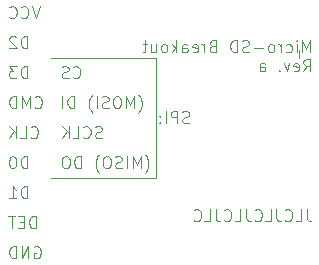
<source format=gbr>
%TF.GenerationSoftware,KiCad,Pcbnew,9.0.2+dfsg-1*%
%TF.CreationDate,2025-06-02T16:04:06+08:00*%
%TF.ProjectId,sd,73642e6b-6963-4616-945f-706362585858,rev?*%
%TF.SameCoordinates,Original*%
%TF.FileFunction,Legend,Bot*%
%TF.FilePolarity,Positive*%
%FSLAX46Y46*%
G04 Gerber Fmt 4.6, Leading zero omitted, Abs format (unit mm)*
G04 Created by KiCad (PCBNEW 9.0.2+dfsg-1) date 2025-06-02 16:04:06*
%MOMM*%
%LPD*%
G01*
G04 APERTURE LIST*
%ADD10C,0.100000*%
G04 APERTURE END LIST*
D10*
X173990000Y-88900000D02*
X173990000Y-88265000D01*
X161925000Y-99060000D02*
X153035000Y-99060000D01*
X161925000Y-88900000D02*
X161925000Y-99060000D01*
X160020000Y-88900000D02*
X161925000Y-88900000D01*
X153035000Y-88900000D02*
X160020000Y-88900000D01*
X151290789Y-95612180D02*
X151338408Y-95659800D01*
X151338408Y-95659800D02*
X151481265Y-95707419D01*
X151481265Y-95707419D02*
X151576503Y-95707419D01*
X151576503Y-95707419D02*
X151719360Y-95659800D01*
X151719360Y-95659800D02*
X151814598Y-95564561D01*
X151814598Y-95564561D02*
X151862217Y-95469323D01*
X151862217Y-95469323D02*
X151909836Y-95278847D01*
X151909836Y-95278847D02*
X151909836Y-95135990D01*
X151909836Y-95135990D02*
X151862217Y-94945514D01*
X151862217Y-94945514D02*
X151814598Y-94850276D01*
X151814598Y-94850276D02*
X151719360Y-94755038D01*
X151719360Y-94755038D02*
X151576503Y-94707419D01*
X151576503Y-94707419D02*
X151481265Y-94707419D01*
X151481265Y-94707419D02*
X151338408Y-94755038D01*
X151338408Y-94755038D02*
X151290789Y-94802657D01*
X150386027Y-95707419D02*
X150862217Y-95707419D01*
X150862217Y-95707419D02*
X150862217Y-94707419D01*
X150052693Y-95707419D02*
X150052693Y-94707419D01*
X149481265Y-95707419D02*
X149909836Y-95135990D01*
X149481265Y-94707419D02*
X150052693Y-95278847D01*
X151624122Y-93072180D02*
X151671741Y-93119800D01*
X151671741Y-93119800D02*
X151814598Y-93167419D01*
X151814598Y-93167419D02*
X151909836Y-93167419D01*
X151909836Y-93167419D02*
X152052693Y-93119800D01*
X152052693Y-93119800D02*
X152147931Y-93024561D01*
X152147931Y-93024561D02*
X152195550Y-92929323D01*
X152195550Y-92929323D02*
X152243169Y-92738847D01*
X152243169Y-92738847D02*
X152243169Y-92595990D01*
X152243169Y-92595990D02*
X152195550Y-92405514D01*
X152195550Y-92405514D02*
X152147931Y-92310276D01*
X152147931Y-92310276D02*
X152052693Y-92215038D01*
X152052693Y-92215038D02*
X151909836Y-92167419D01*
X151909836Y-92167419D02*
X151814598Y-92167419D01*
X151814598Y-92167419D02*
X151671741Y-92215038D01*
X151671741Y-92215038D02*
X151624122Y-92262657D01*
X151195550Y-93167419D02*
X151195550Y-92167419D01*
X151195550Y-92167419D02*
X150862217Y-92881704D01*
X150862217Y-92881704D02*
X150528884Y-92167419D01*
X150528884Y-92167419D02*
X150528884Y-93167419D01*
X150052693Y-93167419D02*
X150052693Y-92167419D01*
X150052693Y-92167419D02*
X149814598Y-92167419D01*
X149814598Y-92167419D02*
X149671741Y-92215038D01*
X149671741Y-92215038D02*
X149576503Y-92310276D01*
X149576503Y-92310276D02*
X149528884Y-92405514D01*
X149528884Y-92405514D02*
X149481265Y-92595990D01*
X149481265Y-92595990D02*
X149481265Y-92738847D01*
X149481265Y-92738847D02*
X149528884Y-92929323D01*
X149528884Y-92929323D02*
X149576503Y-93024561D01*
X149576503Y-93024561D02*
X149671741Y-93119800D01*
X149671741Y-93119800D02*
X149814598Y-93167419D01*
X149814598Y-93167419D02*
X150052693Y-93167419D01*
X160402455Y-93548371D02*
X160450074Y-93500752D01*
X160450074Y-93500752D02*
X160545312Y-93357895D01*
X160545312Y-93357895D02*
X160592931Y-93262657D01*
X160592931Y-93262657D02*
X160640550Y-93119800D01*
X160640550Y-93119800D02*
X160688169Y-92881704D01*
X160688169Y-92881704D02*
X160688169Y-92691228D01*
X160688169Y-92691228D02*
X160640550Y-92453133D01*
X160640550Y-92453133D02*
X160592931Y-92310276D01*
X160592931Y-92310276D02*
X160545312Y-92215038D01*
X160545312Y-92215038D02*
X160450074Y-92072180D01*
X160450074Y-92072180D02*
X160402455Y-92024561D01*
X160021502Y-93167419D02*
X160021502Y-92167419D01*
X160021502Y-92167419D02*
X159688169Y-92881704D01*
X159688169Y-92881704D02*
X159354836Y-92167419D01*
X159354836Y-92167419D02*
X159354836Y-93167419D01*
X158688169Y-92167419D02*
X158497693Y-92167419D01*
X158497693Y-92167419D02*
X158402455Y-92215038D01*
X158402455Y-92215038D02*
X158307217Y-92310276D01*
X158307217Y-92310276D02*
X158259598Y-92500752D01*
X158259598Y-92500752D02*
X158259598Y-92834085D01*
X158259598Y-92834085D02*
X158307217Y-93024561D01*
X158307217Y-93024561D02*
X158402455Y-93119800D01*
X158402455Y-93119800D02*
X158497693Y-93167419D01*
X158497693Y-93167419D02*
X158688169Y-93167419D01*
X158688169Y-93167419D02*
X158783407Y-93119800D01*
X158783407Y-93119800D02*
X158878645Y-93024561D01*
X158878645Y-93024561D02*
X158926264Y-92834085D01*
X158926264Y-92834085D02*
X158926264Y-92500752D01*
X158926264Y-92500752D02*
X158878645Y-92310276D01*
X158878645Y-92310276D02*
X158783407Y-92215038D01*
X158783407Y-92215038D02*
X158688169Y-92167419D01*
X157878645Y-93119800D02*
X157735788Y-93167419D01*
X157735788Y-93167419D02*
X157497693Y-93167419D01*
X157497693Y-93167419D02*
X157402455Y-93119800D01*
X157402455Y-93119800D02*
X157354836Y-93072180D01*
X157354836Y-93072180D02*
X157307217Y-92976942D01*
X157307217Y-92976942D02*
X157307217Y-92881704D01*
X157307217Y-92881704D02*
X157354836Y-92786466D01*
X157354836Y-92786466D02*
X157402455Y-92738847D01*
X157402455Y-92738847D02*
X157497693Y-92691228D01*
X157497693Y-92691228D02*
X157688169Y-92643609D01*
X157688169Y-92643609D02*
X157783407Y-92595990D01*
X157783407Y-92595990D02*
X157831026Y-92548371D01*
X157831026Y-92548371D02*
X157878645Y-92453133D01*
X157878645Y-92453133D02*
X157878645Y-92357895D01*
X157878645Y-92357895D02*
X157831026Y-92262657D01*
X157831026Y-92262657D02*
X157783407Y-92215038D01*
X157783407Y-92215038D02*
X157688169Y-92167419D01*
X157688169Y-92167419D02*
X157450074Y-92167419D01*
X157450074Y-92167419D02*
X157307217Y-92215038D01*
X156878645Y-93167419D02*
X156878645Y-92167419D01*
X156497693Y-93548371D02*
X156450074Y-93500752D01*
X156450074Y-93500752D02*
X156354836Y-93357895D01*
X156354836Y-93357895D02*
X156307217Y-93262657D01*
X156307217Y-93262657D02*
X156259598Y-93119800D01*
X156259598Y-93119800D02*
X156211979Y-92881704D01*
X156211979Y-92881704D02*
X156211979Y-92691228D01*
X156211979Y-92691228D02*
X156259598Y-92453133D01*
X156259598Y-92453133D02*
X156307217Y-92310276D01*
X156307217Y-92310276D02*
X156354836Y-92215038D01*
X156354836Y-92215038D02*
X156450074Y-92072180D01*
X156450074Y-92072180D02*
X156497693Y-92024561D01*
X154973883Y-93167419D02*
X154973883Y-92167419D01*
X154973883Y-92167419D02*
X154735788Y-92167419D01*
X154735788Y-92167419D02*
X154592931Y-92215038D01*
X154592931Y-92215038D02*
X154497693Y-92310276D01*
X154497693Y-92310276D02*
X154450074Y-92405514D01*
X154450074Y-92405514D02*
X154402455Y-92595990D01*
X154402455Y-92595990D02*
X154402455Y-92738847D01*
X154402455Y-92738847D02*
X154450074Y-92929323D01*
X154450074Y-92929323D02*
X154497693Y-93024561D01*
X154497693Y-93024561D02*
X154592931Y-93119800D01*
X154592931Y-93119800D02*
X154735788Y-93167419D01*
X154735788Y-93167419D02*
X154973883Y-93167419D01*
X153973883Y-93167419D02*
X153973883Y-92167419D01*
X151005074Y-90627419D02*
X151005074Y-89627419D01*
X151005074Y-89627419D02*
X150766979Y-89627419D01*
X150766979Y-89627419D02*
X150624122Y-89675038D01*
X150624122Y-89675038D02*
X150528884Y-89770276D01*
X150528884Y-89770276D02*
X150481265Y-89865514D01*
X150481265Y-89865514D02*
X150433646Y-90055990D01*
X150433646Y-90055990D02*
X150433646Y-90198847D01*
X150433646Y-90198847D02*
X150481265Y-90389323D01*
X150481265Y-90389323D02*
X150528884Y-90484561D01*
X150528884Y-90484561D02*
X150624122Y-90579800D01*
X150624122Y-90579800D02*
X150766979Y-90627419D01*
X150766979Y-90627419D02*
X151005074Y-90627419D01*
X150100312Y-89627419D02*
X149481265Y-89627419D01*
X149481265Y-89627419D02*
X149814598Y-90008371D01*
X149814598Y-90008371D02*
X149671741Y-90008371D01*
X149671741Y-90008371D02*
X149576503Y-90055990D01*
X149576503Y-90055990D02*
X149528884Y-90103609D01*
X149528884Y-90103609D02*
X149481265Y-90198847D01*
X149481265Y-90198847D02*
X149481265Y-90436942D01*
X149481265Y-90436942D02*
X149528884Y-90532180D01*
X149528884Y-90532180D02*
X149576503Y-90579800D01*
X149576503Y-90579800D02*
X149671741Y-90627419D01*
X149671741Y-90627419D02*
X149957455Y-90627419D01*
X149957455Y-90627419D02*
X150052693Y-90579800D01*
X150052693Y-90579800D02*
X150100312Y-90532180D01*
X157307217Y-95659800D02*
X157164360Y-95707419D01*
X157164360Y-95707419D02*
X156926265Y-95707419D01*
X156926265Y-95707419D02*
X156831027Y-95659800D01*
X156831027Y-95659800D02*
X156783408Y-95612180D01*
X156783408Y-95612180D02*
X156735789Y-95516942D01*
X156735789Y-95516942D02*
X156735789Y-95421704D01*
X156735789Y-95421704D02*
X156783408Y-95326466D01*
X156783408Y-95326466D02*
X156831027Y-95278847D01*
X156831027Y-95278847D02*
X156926265Y-95231228D01*
X156926265Y-95231228D02*
X157116741Y-95183609D01*
X157116741Y-95183609D02*
X157211979Y-95135990D01*
X157211979Y-95135990D02*
X157259598Y-95088371D01*
X157259598Y-95088371D02*
X157307217Y-94993133D01*
X157307217Y-94993133D02*
X157307217Y-94897895D01*
X157307217Y-94897895D02*
X157259598Y-94802657D01*
X157259598Y-94802657D02*
X157211979Y-94755038D01*
X157211979Y-94755038D02*
X157116741Y-94707419D01*
X157116741Y-94707419D02*
X156878646Y-94707419D01*
X156878646Y-94707419D02*
X156735789Y-94755038D01*
X155735789Y-95612180D02*
X155783408Y-95659800D01*
X155783408Y-95659800D02*
X155926265Y-95707419D01*
X155926265Y-95707419D02*
X156021503Y-95707419D01*
X156021503Y-95707419D02*
X156164360Y-95659800D01*
X156164360Y-95659800D02*
X156259598Y-95564561D01*
X156259598Y-95564561D02*
X156307217Y-95469323D01*
X156307217Y-95469323D02*
X156354836Y-95278847D01*
X156354836Y-95278847D02*
X156354836Y-95135990D01*
X156354836Y-95135990D02*
X156307217Y-94945514D01*
X156307217Y-94945514D02*
X156259598Y-94850276D01*
X156259598Y-94850276D02*
X156164360Y-94755038D01*
X156164360Y-94755038D02*
X156021503Y-94707419D01*
X156021503Y-94707419D02*
X155926265Y-94707419D01*
X155926265Y-94707419D02*
X155783408Y-94755038D01*
X155783408Y-94755038D02*
X155735789Y-94802657D01*
X154831027Y-95707419D02*
X155307217Y-95707419D01*
X155307217Y-95707419D02*
X155307217Y-94707419D01*
X154497693Y-95707419D02*
X154497693Y-94707419D01*
X153926265Y-95707419D02*
X154354836Y-95135990D01*
X153926265Y-94707419D02*
X154497693Y-95278847D01*
X151005074Y-100787419D02*
X151005074Y-99787419D01*
X151005074Y-99787419D02*
X150766979Y-99787419D01*
X150766979Y-99787419D02*
X150624122Y-99835038D01*
X150624122Y-99835038D02*
X150528884Y-99930276D01*
X150528884Y-99930276D02*
X150481265Y-100025514D01*
X150481265Y-100025514D02*
X150433646Y-100215990D01*
X150433646Y-100215990D02*
X150433646Y-100358847D01*
X150433646Y-100358847D02*
X150481265Y-100549323D01*
X150481265Y-100549323D02*
X150528884Y-100644561D01*
X150528884Y-100644561D02*
X150624122Y-100739800D01*
X150624122Y-100739800D02*
X150766979Y-100787419D01*
X150766979Y-100787419D02*
X151005074Y-100787419D01*
X149481265Y-100787419D02*
X150052693Y-100787419D01*
X149766979Y-100787419D02*
X149766979Y-99787419D01*
X149766979Y-99787419D02*
X149862217Y-99930276D01*
X149862217Y-99930276D02*
X149957455Y-100025514D01*
X149957455Y-100025514D02*
X150052693Y-100073133D01*
X160973884Y-98628371D02*
X161021503Y-98580752D01*
X161021503Y-98580752D02*
X161116741Y-98437895D01*
X161116741Y-98437895D02*
X161164360Y-98342657D01*
X161164360Y-98342657D02*
X161211979Y-98199800D01*
X161211979Y-98199800D02*
X161259598Y-97961704D01*
X161259598Y-97961704D02*
X161259598Y-97771228D01*
X161259598Y-97771228D02*
X161211979Y-97533133D01*
X161211979Y-97533133D02*
X161164360Y-97390276D01*
X161164360Y-97390276D02*
X161116741Y-97295038D01*
X161116741Y-97295038D02*
X161021503Y-97152180D01*
X161021503Y-97152180D02*
X160973884Y-97104561D01*
X160592931Y-98247419D02*
X160592931Y-97247419D01*
X160592931Y-97247419D02*
X160259598Y-97961704D01*
X160259598Y-97961704D02*
X159926265Y-97247419D01*
X159926265Y-97247419D02*
X159926265Y-98247419D01*
X159450074Y-98247419D02*
X159450074Y-97247419D01*
X159021503Y-98199800D02*
X158878646Y-98247419D01*
X158878646Y-98247419D02*
X158640551Y-98247419D01*
X158640551Y-98247419D02*
X158545313Y-98199800D01*
X158545313Y-98199800D02*
X158497694Y-98152180D01*
X158497694Y-98152180D02*
X158450075Y-98056942D01*
X158450075Y-98056942D02*
X158450075Y-97961704D01*
X158450075Y-97961704D02*
X158497694Y-97866466D01*
X158497694Y-97866466D02*
X158545313Y-97818847D01*
X158545313Y-97818847D02*
X158640551Y-97771228D01*
X158640551Y-97771228D02*
X158831027Y-97723609D01*
X158831027Y-97723609D02*
X158926265Y-97675990D01*
X158926265Y-97675990D02*
X158973884Y-97628371D01*
X158973884Y-97628371D02*
X159021503Y-97533133D01*
X159021503Y-97533133D02*
X159021503Y-97437895D01*
X159021503Y-97437895D02*
X158973884Y-97342657D01*
X158973884Y-97342657D02*
X158926265Y-97295038D01*
X158926265Y-97295038D02*
X158831027Y-97247419D01*
X158831027Y-97247419D02*
X158592932Y-97247419D01*
X158592932Y-97247419D02*
X158450075Y-97295038D01*
X157831027Y-97247419D02*
X157640551Y-97247419D01*
X157640551Y-97247419D02*
X157545313Y-97295038D01*
X157545313Y-97295038D02*
X157450075Y-97390276D01*
X157450075Y-97390276D02*
X157402456Y-97580752D01*
X157402456Y-97580752D02*
X157402456Y-97914085D01*
X157402456Y-97914085D02*
X157450075Y-98104561D01*
X157450075Y-98104561D02*
X157545313Y-98199800D01*
X157545313Y-98199800D02*
X157640551Y-98247419D01*
X157640551Y-98247419D02*
X157831027Y-98247419D01*
X157831027Y-98247419D02*
X157926265Y-98199800D01*
X157926265Y-98199800D02*
X158021503Y-98104561D01*
X158021503Y-98104561D02*
X158069122Y-97914085D01*
X158069122Y-97914085D02*
X158069122Y-97580752D01*
X158069122Y-97580752D02*
X158021503Y-97390276D01*
X158021503Y-97390276D02*
X157926265Y-97295038D01*
X157926265Y-97295038D02*
X157831027Y-97247419D01*
X157069122Y-98628371D02*
X157021503Y-98580752D01*
X157021503Y-98580752D02*
X156926265Y-98437895D01*
X156926265Y-98437895D02*
X156878646Y-98342657D01*
X156878646Y-98342657D02*
X156831027Y-98199800D01*
X156831027Y-98199800D02*
X156783408Y-97961704D01*
X156783408Y-97961704D02*
X156783408Y-97771228D01*
X156783408Y-97771228D02*
X156831027Y-97533133D01*
X156831027Y-97533133D02*
X156878646Y-97390276D01*
X156878646Y-97390276D02*
X156926265Y-97295038D01*
X156926265Y-97295038D02*
X157021503Y-97152180D01*
X157021503Y-97152180D02*
X157069122Y-97104561D01*
X155545312Y-98247419D02*
X155545312Y-97247419D01*
X155545312Y-97247419D02*
X155307217Y-97247419D01*
X155307217Y-97247419D02*
X155164360Y-97295038D01*
X155164360Y-97295038D02*
X155069122Y-97390276D01*
X155069122Y-97390276D02*
X155021503Y-97485514D01*
X155021503Y-97485514D02*
X154973884Y-97675990D01*
X154973884Y-97675990D02*
X154973884Y-97818847D01*
X154973884Y-97818847D02*
X155021503Y-98009323D01*
X155021503Y-98009323D02*
X155069122Y-98104561D01*
X155069122Y-98104561D02*
X155164360Y-98199800D01*
X155164360Y-98199800D02*
X155307217Y-98247419D01*
X155307217Y-98247419D02*
X155545312Y-98247419D01*
X154354836Y-97247419D02*
X154164360Y-97247419D01*
X154164360Y-97247419D02*
X154069122Y-97295038D01*
X154069122Y-97295038D02*
X153973884Y-97390276D01*
X153973884Y-97390276D02*
X153926265Y-97580752D01*
X153926265Y-97580752D02*
X153926265Y-97914085D01*
X153926265Y-97914085D02*
X153973884Y-98104561D01*
X153973884Y-98104561D02*
X154069122Y-98199800D01*
X154069122Y-98199800D02*
X154164360Y-98247419D01*
X154164360Y-98247419D02*
X154354836Y-98247419D01*
X154354836Y-98247419D02*
X154450074Y-98199800D01*
X154450074Y-98199800D02*
X154545312Y-98104561D01*
X154545312Y-98104561D02*
X154592931Y-97914085D01*
X154592931Y-97914085D02*
X154592931Y-97580752D01*
X154592931Y-97580752D02*
X154545312Y-97390276D01*
X154545312Y-97390276D02*
X154450074Y-97295038D01*
X154450074Y-97295038D02*
X154354836Y-97247419D01*
X154878646Y-90532180D02*
X154926265Y-90579800D01*
X154926265Y-90579800D02*
X155069122Y-90627419D01*
X155069122Y-90627419D02*
X155164360Y-90627419D01*
X155164360Y-90627419D02*
X155307217Y-90579800D01*
X155307217Y-90579800D02*
X155402455Y-90484561D01*
X155402455Y-90484561D02*
X155450074Y-90389323D01*
X155450074Y-90389323D02*
X155497693Y-90198847D01*
X155497693Y-90198847D02*
X155497693Y-90055990D01*
X155497693Y-90055990D02*
X155450074Y-89865514D01*
X155450074Y-89865514D02*
X155402455Y-89770276D01*
X155402455Y-89770276D02*
X155307217Y-89675038D01*
X155307217Y-89675038D02*
X155164360Y-89627419D01*
X155164360Y-89627419D02*
X155069122Y-89627419D01*
X155069122Y-89627419D02*
X154926265Y-89675038D01*
X154926265Y-89675038D02*
X154878646Y-89722657D01*
X154497693Y-90579800D02*
X154354836Y-90627419D01*
X154354836Y-90627419D02*
X154116741Y-90627419D01*
X154116741Y-90627419D02*
X154021503Y-90579800D01*
X154021503Y-90579800D02*
X153973884Y-90532180D01*
X153973884Y-90532180D02*
X153926265Y-90436942D01*
X153926265Y-90436942D02*
X153926265Y-90341704D01*
X153926265Y-90341704D02*
X153973884Y-90246466D01*
X153973884Y-90246466D02*
X154021503Y-90198847D01*
X154021503Y-90198847D02*
X154116741Y-90151228D01*
X154116741Y-90151228D02*
X154307217Y-90103609D01*
X154307217Y-90103609D02*
X154402455Y-90055990D01*
X154402455Y-90055990D02*
X154450074Y-90008371D01*
X154450074Y-90008371D02*
X154497693Y-89913133D01*
X154497693Y-89913133D02*
X154497693Y-89817895D01*
X154497693Y-89817895D02*
X154450074Y-89722657D01*
X154450074Y-89722657D02*
X154402455Y-89675038D01*
X154402455Y-89675038D02*
X154307217Y-89627419D01*
X154307217Y-89627419D02*
X154069122Y-89627419D01*
X154069122Y-89627419D02*
X153926265Y-89675038D01*
X151719360Y-103327419D02*
X151719360Y-102327419D01*
X151719360Y-102327419D02*
X151481265Y-102327419D01*
X151481265Y-102327419D02*
X151338408Y-102375038D01*
X151338408Y-102375038D02*
X151243170Y-102470276D01*
X151243170Y-102470276D02*
X151195551Y-102565514D01*
X151195551Y-102565514D02*
X151147932Y-102755990D01*
X151147932Y-102755990D02*
X151147932Y-102898847D01*
X151147932Y-102898847D02*
X151195551Y-103089323D01*
X151195551Y-103089323D02*
X151243170Y-103184561D01*
X151243170Y-103184561D02*
X151338408Y-103279800D01*
X151338408Y-103279800D02*
X151481265Y-103327419D01*
X151481265Y-103327419D02*
X151719360Y-103327419D01*
X150719360Y-102803609D02*
X150386027Y-102803609D01*
X150243170Y-103327419D02*
X150719360Y-103327419D01*
X150719360Y-103327419D02*
X150719360Y-102327419D01*
X150719360Y-102327419D02*
X150243170Y-102327419D01*
X149957455Y-102327419D02*
X149386027Y-102327419D01*
X149671741Y-103327419D02*
X149671741Y-102327419D01*
X164705073Y-94389800D02*
X164562216Y-94437419D01*
X164562216Y-94437419D02*
X164324121Y-94437419D01*
X164324121Y-94437419D02*
X164228883Y-94389800D01*
X164228883Y-94389800D02*
X164181264Y-94342180D01*
X164181264Y-94342180D02*
X164133645Y-94246942D01*
X164133645Y-94246942D02*
X164133645Y-94151704D01*
X164133645Y-94151704D02*
X164181264Y-94056466D01*
X164181264Y-94056466D02*
X164228883Y-94008847D01*
X164228883Y-94008847D02*
X164324121Y-93961228D01*
X164324121Y-93961228D02*
X164514597Y-93913609D01*
X164514597Y-93913609D02*
X164609835Y-93865990D01*
X164609835Y-93865990D02*
X164657454Y-93818371D01*
X164657454Y-93818371D02*
X164705073Y-93723133D01*
X164705073Y-93723133D02*
X164705073Y-93627895D01*
X164705073Y-93627895D02*
X164657454Y-93532657D01*
X164657454Y-93532657D02*
X164609835Y-93485038D01*
X164609835Y-93485038D02*
X164514597Y-93437419D01*
X164514597Y-93437419D02*
X164276502Y-93437419D01*
X164276502Y-93437419D02*
X164133645Y-93485038D01*
X163705073Y-94437419D02*
X163705073Y-93437419D01*
X163705073Y-93437419D02*
X163324121Y-93437419D01*
X163324121Y-93437419D02*
X163228883Y-93485038D01*
X163228883Y-93485038D02*
X163181264Y-93532657D01*
X163181264Y-93532657D02*
X163133645Y-93627895D01*
X163133645Y-93627895D02*
X163133645Y-93770752D01*
X163133645Y-93770752D02*
X163181264Y-93865990D01*
X163181264Y-93865990D02*
X163228883Y-93913609D01*
X163228883Y-93913609D02*
X163324121Y-93961228D01*
X163324121Y-93961228D02*
X163705073Y-93961228D01*
X162705073Y-94437419D02*
X162705073Y-93437419D01*
X162228883Y-94342180D02*
X162181264Y-94389800D01*
X162181264Y-94389800D02*
X162228883Y-94437419D01*
X162228883Y-94437419D02*
X162276502Y-94389800D01*
X162276502Y-94389800D02*
X162228883Y-94342180D01*
X162228883Y-94342180D02*
X162228883Y-94437419D01*
X162228883Y-93818371D02*
X162181264Y-93865990D01*
X162181264Y-93865990D02*
X162228883Y-93913609D01*
X162228883Y-93913609D02*
X162276502Y-93865990D01*
X162276502Y-93865990D02*
X162228883Y-93818371D01*
X162228883Y-93818371D02*
X162228883Y-93913609D01*
X152052693Y-84547419D02*
X151719360Y-85547419D01*
X151719360Y-85547419D02*
X151386027Y-84547419D01*
X150481265Y-85452180D02*
X150528884Y-85499800D01*
X150528884Y-85499800D02*
X150671741Y-85547419D01*
X150671741Y-85547419D02*
X150766979Y-85547419D01*
X150766979Y-85547419D02*
X150909836Y-85499800D01*
X150909836Y-85499800D02*
X151005074Y-85404561D01*
X151005074Y-85404561D02*
X151052693Y-85309323D01*
X151052693Y-85309323D02*
X151100312Y-85118847D01*
X151100312Y-85118847D02*
X151100312Y-84975990D01*
X151100312Y-84975990D02*
X151052693Y-84785514D01*
X151052693Y-84785514D02*
X151005074Y-84690276D01*
X151005074Y-84690276D02*
X150909836Y-84595038D01*
X150909836Y-84595038D02*
X150766979Y-84547419D01*
X150766979Y-84547419D02*
X150671741Y-84547419D01*
X150671741Y-84547419D02*
X150528884Y-84595038D01*
X150528884Y-84595038D02*
X150481265Y-84642657D01*
X149481265Y-85452180D02*
X149528884Y-85499800D01*
X149528884Y-85499800D02*
X149671741Y-85547419D01*
X149671741Y-85547419D02*
X149766979Y-85547419D01*
X149766979Y-85547419D02*
X149909836Y-85499800D01*
X149909836Y-85499800D02*
X150005074Y-85404561D01*
X150005074Y-85404561D02*
X150052693Y-85309323D01*
X150052693Y-85309323D02*
X150100312Y-85118847D01*
X150100312Y-85118847D02*
X150100312Y-84975990D01*
X150100312Y-84975990D02*
X150052693Y-84785514D01*
X150052693Y-84785514D02*
X150005074Y-84690276D01*
X150005074Y-84690276D02*
X149909836Y-84595038D01*
X149909836Y-84595038D02*
X149766979Y-84547419D01*
X149766979Y-84547419D02*
X149671741Y-84547419D01*
X149671741Y-84547419D02*
X149528884Y-84595038D01*
X149528884Y-84595038D02*
X149481265Y-84642657D01*
X151576503Y-104915038D02*
X151671741Y-104867419D01*
X151671741Y-104867419D02*
X151814598Y-104867419D01*
X151814598Y-104867419D02*
X151957455Y-104915038D01*
X151957455Y-104915038D02*
X152052693Y-105010276D01*
X152052693Y-105010276D02*
X152100312Y-105105514D01*
X152100312Y-105105514D02*
X152147931Y-105295990D01*
X152147931Y-105295990D02*
X152147931Y-105438847D01*
X152147931Y-105438847D02*
X152100312Y-105629323D01*
X152100312Y-105629323D02*
X152052693Y-105724561D01*
X152052693Y-105724561D02*
X151957455Y-105819800D01*
X151957455Y-105819800D02*
X151814598Y-105867419D01*
X151814598Y-105867419D02*
X151719360Y-105867419D01*
X151719360Y-105867419D02*
X151576503Y-105819800D01*
X151576503Y-105819800D02*
X151528884Y-105772180D01*
X151528884Y-105772180D02*
X151528884Y-105438847D01*
X151528884Y-105438847D02*
X151719360Y-105438847D01*
X151100312Y-105867419D02*
X151100312Y-104867419D01*
X151100312Y-104867419D02*
X150528884Y-105867419D01*
X150528884Y-105867419D02*
X150528884Y-104867419D01*
X150052693Y-105867419D02*
X150052693Y-104867419D01*
X150052693Y-104867419D02*
X149814598Y-104867419D01*
X149814598Y-104867419D02*
X149671741Y-104915038D01*
X149671741Y-104915038D02*
X149576503Y-105010276D01*
X149576503Y-105010276D02*
X149528884Y-105105514D01*
X149528884Y-105105514D02*
X149481265Y-105295990D01*
X149481265Y-105295990D02*
X149481265Y-105438847D01*
X149481265Y-105438847D02*
X149528884Y-105629323D01*
X149528884Y-105629323D02*
X149576503Y-105724561D01*
X149576503Y-105724561D02*
X149671741Y-105819800D01*
X149671741Y-105819800D02*
X149814598Y-105867419D01*
X149814598Y-105867419D02*
X150052693Y-105867419D01*
X174956115Y-88432475D02*
X174956115Y-87432475D01*
X174956115Y-87432475D02*
X174622782Y-88146760D01*
X174622782Y-88146760D02*
X174289449Y-87432475D01*
X174289449Y-87432475D02*
X174289449Y-88432475D01*
X173813258Y-88432475D02*
X173813258Y-87765808D01*
X173813258Y-87432475D02*
X173860877Y-87480094D01*
X173860877Y-87480094D02*
X173813258Y-87527713D01*
X173813258Y-87527713D02*
X173765639Y-87480094D01*
X173765639Y-87480094D02*
X173813258Y-87432475D01*
X173813258Y-87432475D02*
X173813258Y-87527713D01*
X172908497Y-88384856D02*
X173003735Y-88432475D01*
X173003735Y-88432475D02*
X173194211Y-88432475D01*
X173194211Y-88432475D02*
X173289449Y-88384856D01*
X173289449Y-88384856D02*
X173337068Y-88337236D01*
X173337068Y-88337236D02*
X173384687Y-88241998D01*
X173384687Y-88241998D02*
X173384687Y-87956284D01*
X173384687Y-87956284D02*
X173337068Y-87861046D01*
X173337068Y-87861046D02*
X173289449Y-87813427D01*
X173289449Y-87813427D02*
X173194211Y-87765808D01*
X173194211Y-87765808D02*
X173003735Y-87765808D01*
X173003735Y-87765808D02*
X172908497Y-87813427D01*
X172479925Y-88432475D02*
X172479925Y-87765808D01*
X172479925Y-87956284D02*
X172432306Y-87861046D01*
X172432306Y-87861046D02*
X172384687Y-87813427D01*
X172384687Y-87813427D02*
X172289449Y-87765808D01*
X172289449Y-87765808D02*
X172194211Y-87765808D01*
X171718020Y-88432475D02*
X171813258Y-88384856D01*
X171813258Y-88384856D02*
X171860877Y-88337236D01*
X171860877Y-88337236D02*
X171908496Y-88241998D01*
X171908496Y-88241998D02*
X171908496Y-87956284D01*
X171908496Y-87956284D02*
X171860877Y-87861046D01*
X171860877Y-87861046D02*
X171813258Y-87813427D01*
X171813258Y-87813427D02*
X171718020Y-87765808D01*
X171718020Y-87765808D02*
X171575163Y-87765808D01*
X171575163Y-87765808D02*
X171479925Y-87813427D01*
X171479925Y-87813427D02*
X171432306Y-87861046D01*
X171432306Y-87861046D02*
X171384687Y-87956284D01*
X171384687Y-87956284D02*
X171384687Y-88241998D01*
X171384687Y-88241998D02*
X171432306Y-88337236D01*
X171432306Y-88337236D02*
X171479925Y-88384856D01*
X171479925Y-88384856D02*
X171575163Y-88432475D01*
X171575163Y-88432475D02*
X171718020Y-88432475D01*
X170956115Y-88051522D02*
X170194211Y-88051522D01*
X169765639Y-88384856D02*
X169622782Y-88432475D01*
X169622782Y-88432475D02*
X169384687Y-88432475D01*
X169384687Y-88432475D02*
X169289449Y-88384856D01*
X169289449Y-88384856D02*
X169241830Y-88337236D01*
X169241830Y-88337236D02*
X169194211Y-88241998D01*
X169194211Y-88241998D02*
X169194211Y-88146760D01*
X169194211Y-88146760D02*
X169241830Y-88051522D01*
X169241830Y-88051522D02*
X169289449Y-88003903D01*
X169289449Y-88003903D02*
X169384687Y-87956284D01*
X169384687Y-87956284D02*
X169575163Y-87908665D01*
X169575163Y-87908665D02*
X169670401Y-87861046D01*
X169670401Y-87861046D02*
X169718020Y-87813427D01*
X169718020Y-87813427D02*
X169765639Y-87718189D01*
X169765639Y-87718189D02*
X169765639Y-87622951D01*
X169765639Y-87622951D02*
X169718020Y-87527713D01*
X169718020Y-87527713D02*
X169670401Y-87480094D01*
X169670401Y-87480094D02*
X169575163Y-87432475D01*
X169575163Y-87432475D02*
X169337068Y-87432475D01*
X169337068Y-87432475D02*
X169194211Y-87480094D01*
X168765639Y-88432475D02*
X168765639Y-87432475D01*
X168765639Y-87432475D02*
X168527544Y-87432475D01*
X168527544Y-87432475D02*
X168384687Y-87480094D01*
X168384687Y-87480094D02*
X168289449Y-87575332D01*
X168289449Y-87575332D02*
X168241830Y-87670570D01*
X168241830Y-87670570D02*
X168194211Y-87861046D01*
X168194211Y-87861046D02*
X168194211Y-88003903D01*
X168194211Y-88003903D02*
X168241830Y-88194379D01*
X168241830Y-88194379D02*
X168289449Y-88289617D01*
X168289449Y-88289617D02*
X168384687Y-88384856D01*
X168384687Y-88384856D02*
X168527544Y-88432475D01*
X168527544Y-88432475D02*
X168765639Y-88432475D01*
X166670401Y-87908665D02*
X166527544Y-87956284D01*
X166527544Y-87956284D02*
X166479925Y-88003903D01*
X166479925Y-88003903D02*
X166432306Y-88099141D01*
X166432306Y-88099141D02*
X166432306Y-88241998D01*
X166432306Y-88241998D02*
X166479925Y-88337236D01*
X166479925Y-88337236D02*
X166527544Y-88384856D01*
X166527544Y-88384856D02*
X166622782Y-88432475D01*
X166622782Y-88432475D02*
X167003734Y-88432475D01*
X167003734Y-88432475D02*
X167003734Y-87432475D01*
X167003734Y-87432475D02*
X166670401Y-87432475D01*
X166670401Y-87432475D02*
X166575163Y-87480094D01*
X166575163Y-87480094D02*
X166527544Y-87527713D01*
X166527544Y-87527713D02*
X166479925Y-87622951D01*
X166479925Y-87622951D02*
X166479925Y-87718189D01*
X166479925Y-87718189D02*
X166527544Y-87813427D01*
X166527544Y-87813427D02*
X166575163Y-87861046D01*
X166575163Y-87861046D02*
X166670401Y-87908665D01*
X166670401Y-87908665D02*
X167003734Y-87908665D01*
X166003734Y-88432475D02*
X166003734Y-87765808D01*
X166003734Y-87956284D02*
X165956115Y-87861046D01*
X165956115Y-87861046D02*
X165908496Y-87813427D01*
X165908496Y-87813427D02*
X165813258Y-87765808D01*
X165813258Y-87765808D02*
X165718020Y-87765808D01*
X165003734Y-88384856D02*
X165098972Y-88432475D01*
X165098972Y-88432475D02*
X165289448Y-88432475D01*
X165289448Y-88432475D02*
X165384686Y-88384856D01*
X165384686Y-88384856D02*
X165432305Y-88289617D01*
X165432305Y-88289617D02*
X165432305Y-87908665D01*
X165432305Y-87908665D02*
X165384686Y-87813427D01*
X165384686Y-87813427D02*
X165289448Y-87765808D01*
X165289448Y-87765808D02*
X165098972Y-87765808D01*
X165098972Y-87765808D02*
X165003734Y-87813427D01*
X165003734Y-87813427D02*
X164956115Y-87908665D01*
X164956115Y-87908665D02*
X164956115Y-88003903D01*
X164956115Y-88003903D02*
X165432305Y-88099141D01*
X164098972Y-88432475D02*
X164098972Y-87908665D01*
X164098972Y-87908665D02*
X164146591Y-87813427D01*
X164146591Y-87813427D02*
X164241829Y-87765808D01*
X164241829Y-87765808D02*
X164432305Y-87765808D01*
X164432305Y-87765808D02*
X164527543Y-87813427D01*
X164098972Y-88384856D02*
X164194210Y-88432475D01*
X164194210Y-88432475D02*
X164432305Y-88432475D01*
X164432305Y-88432475D02*
X164527543Y-88384856D01*
X164527543Y-88384856D02*
X164575162Y-88289617D01*
X164575162Y-88289617D02*
X164575162Y-88194379D01*
X164575162Y-88194379D02*
X164527543Y-88099141D01*
X164527543Y-88099141D02*
X164432305Y-88051522D01*
X164432305Y-88051522D02*
X164194210Y-88051522D01*
X164194210Y-88051522D02*
X164098972Y-88003903D01*
X163622781Y-88432475D02*
X163622781Y-87432475D01*
X163527543Y-88051522D02*
X163241829Y-88432475D01*
X163241829Y-87765808D02*
X163622781Y-88146760D01*
X162670400Y-88432475D02*
X162765638Y-88384856D01*
X162765638Y-88384856D02*
X162813257Y-88337236D01*
X162813257Y-88337236D02*
X162860876Y-88241998D01*
X162860876Y-88241998D02*
X162860876Y-87956284D01*
X162860876Y-87956284D02*
X162813257Y-87861046D01*
X162813257Y-87861046D02*
X162765638Y-87813427D01*
X162765638Y-87813427D02*
X162670400Y-87765808D01*
X162670400Y-87765808D02*
X162527543Y-87765808D01*
X162527543Y-87765808D02*
X162432305Y-87813427D01*
X162432305Y-87813427D02*
X162384686Y-87861046D01*
X162384686Y-87861046D02*
X162337067Y-87956284D01*
X162337067Y-87956284D02*
X162337067Y-88241998D01*
X162337067Y-88241998D02*
X162384686Y-88337236D01*
X162384686Y-88337236D02*
X162432305Y-88384856D01*
X162432305Y-88384856D02*
X162527543Y-88432475D01*
X162527543Y-88432475D02*
X162670400Y-88432475D01*
X161479924Y-87765808D02*
X161479924Y-88432475D01*
X161908495Y-87765808D02*
X161908495Y-88289617D01*
X161908495Y-88289617D02*
X161860876Y-88384856D01*
X161860876Y-88384856D02*
X161765638Y-88432475D01*
X161765638Y-88432475D02*
X161622781Y-88432475D01*
X161622781Y-88432475D02*
X161527543Y-88384856D01*
X161527543Y-88384856D02*
X161479924Y-88337236D01*
X161146590Y-87765808D02*
X160765638Y-87765808D01*
X161003733Y-87432475D02*
X161003733Y-88289617D01*
X161003733Y-88289617D02*
X160956114Y-88384856D01*
X160956114Y-88384856D02*
X160860876Y-88432475D01*
X160860876Y-88432475D02*
X160765638Y-88432475D01*
X174384687Y-90042419D02*
X174718020Y-89566228D01*
X174956115Y-90042419D02*
X174956115Y-89042419D01*
X174956115Y-89042419D02*
X174575163Y-89042419D01*
X174575163Y-89042419D02*
X174479925Y-89090038D01*
X174479925Y-89090038D02*
X174432306Y-89137657D01*
X174432306Y-89137657D02*
X174384687Y-89232895D01*
X174384687Y-89232895D02*
X174384687Y-89375752D01*
X174384687Y-89375752D02*
X174432306Y-89470990D01*
X174432306Y-89470990D02*
X174479925Y-89518609D01*
X174479925Y-89518609D02*
X174575163Y-89566228D01*
X174575163Y-89566228D02*
X174956115Y-89566228D01*
X173575163Y-89994800D02*
X173670401Y-90042419D01*
X173670401Y-90042419D02*
X173860877Y-90042419D01*
X173860877Y-90042419D02*
X173956115Y-89994800D01*
X173956115Y-89994800D02*
X174003734Y-89899561D01*
X174003734Y-89899561D02*
X174003734Y-89518609D01*
X174003734Y-89518609D02*
X173956115Y-89423371D01*
X173956115Y-89423371D02*
X173860877Y-89375752D01*
X173860877Y-89375752D02*
X173670401Y-89375752D01*
X173670401Y-89375752D02*
X173575163Y-89423371D01*
X173575163Y-89423371D02*
X173527544Y-89518609D01*
X173527544Y-89518609D02*
X173527544Y-89613847D01*
X173527544Y-89613847D02*
X174003734Y-89709085D01*
X173194210Y-89375752D02*
X172956115Y-90042419D01*
X172956115Y-90042419D02*
X172718020Y-89375752D01*
X172337067Y-89947180D02*
X172289448Y-89994800D01*
X172289448Y-89994800D02*
X172337067Y-90042419D01*
X172337067Y-90042419D02*
X172384686Y-89994800D01*
X172384686Y-89994800D02*
X172337067Y-89947180D01*
X172337067Y-89947180D02*
X172337067Y-90042419D01*
X170670401Y-90042419D02*
X170670401Y-89518609D01*
X170670401Y-89518609D02*
X170718020Y-89423371D01*
X170718020Y-89423371D02*
X170813258Y-89375752D01*
X170813258Y-89375752D02*
X171003734Y-89375752D01*
X171003734Y-89375752D02*
X171098972Y-89423371D01*
X170670401Y-89994800D02*
X170765639Y-90042419D01*
X170765639Y-90042419D02*
X171003734Y-90042419D01*
X171003734Y-90042419D02*
X171098972Y-89994800D01*
X171098972Y-89994800D02*
X171146591Y-89899561D01*
X171146591Y-89899561D02*
X171146591Y-89804323D01*
X171146591Y-89804323D02*
X171098972Y-89709085D01*
X171098972Y-89709085D02*
X171003734Y-89661466D01*
X171003734Y-89661466D02*
X170765639Y-89661466D01*
X170765639Y-89661466D02*
X170670401Y-89613847D01*
X151005074Y-98247419D02*
X151005074Y-97247419D01*
X151005074Y-97247419D02*
X150766979Y-97247419D01*
X150766979Y-97247419D02*
X150624122Y-97295038D01*
X150624122Y-97295038D02*
X150528884Y-97390276D01*
X150528884Y-97390276D02*
X150481265Y-97485514D01*
X150481265Y-97485514D02*
X150433646Y-97675990D01*
X150433646Y-97675990D02*
X150433646Y-97818847D01*
X150433646Y-97818847D02*
X150481265Y-98009323D01*
X150481265Y-98009323D02*
X150528884Y-98104561D01*
X150528884Y-98104561D02*
X150624122Y-98199800D01*
X150624122Y-98199800D02*
X150766979Y-98247419D01*
X150766979Y-98247419D02*
X151005074Y-98247419D01*
X149814598Y-97247419D02*
X149719360Y-97247419D01*
X149719360Y-97247419D02*
X149624122Y-97295038D01*
X149624122Y-97295038D02*
X149576503Y-97342657D01*
X149576503Y-97342657D02*
X149528884Y-97437895D01*
X149528884Y-97437895D02*
X149481265Y-97628371D01*
X149481265Y-97628371D02*
X149481265Y-97866466D01*
X149481265Y-97866466D02*
X149528884Y-98056942D01*
X149528884Y-98056942D02*
X149576503Y-98152180D01*
X149576503Y-98152180D02*
X149624122Y-98199800D01*
X149624122Y-98199800D02*
X149719360Y-98247419D01*
X149719360Y-98247419D02*
X149814598Y-98247419D01*
X149814598Y-98247419D02*
X149909836Y-98199800D01*
X149909836Y-98199800D02*
X149957455Y-98152180D01*
X149957455Y-98152180D02*
X150005074Y-98056942D01*
X150005074Y-98056942D02*
X150052693Y-97866466D01*
X150052693Y-97866466D02*
X150052693Y-97628371D01*
X150052693Y-97628371D02*
X150005074Y-97437895D01*
X150005074Y-97437895D02*
X149957455Y-97342657D01*
X149957455Y-97342657D02*
X149909836Y-97295038D01*
X149909836Y-97295038D02*
X149814598Y-97247419D01*
X151005074Y-88087419D02*
X151005074Y-87087419D01*
X151005074Y-87087419D02*
X150766979Y-87087419D01*
X150766979Y-87087419D02*
X150624122Y-87135038D01*
X150624122Y-87135038D02*
X150528884Y-87230276D01*
X150528884Y-87230276D02*
X150481265Y-87325514D01*
X150481265Y-87325514D02*
X150433646Y-87515990D01*
X150433646Y-87515990D02*
X150433646Y-87658847D01*
X150433646Y-87658847D02*
X150481265Y-87849323D01*
X150481265Y-87849323D02*
X150528884Y-87944561D01*
X150528884Y-87944561D02*
X150624122Y-88039800D01*
X150624122Y-88039800D02*
X150766979Y-88087419D01*
X150766979Y-88087419D02*
X151005074Y-88087419D01*
X150052693Y-87182657D02*
X150005074Y-87135038D01*
X150005074Y-87135038D02*
X149909836Y-87087419D01*
X149909836Y-87087419D02*
X149671741Y-87087419D01*
X149671741Y-87087419D02*
X149576503Y-87135038D01*
X149576503Y-87135038D02*
X149528884Y-87182657D01*
X149528884Y-87182657D02*
X149481265Y-87277895D01*
X149481265Y-87277895D02*
X149481265Y-87373133D01*
X149481265Y-87373133D02*
X149528884Y-87515990D01*
X149528884Y-87515990D02*
X150100312Y-88087419D01*
X150100312Y-88087419D02*
X149481265Y-88087419D01*
X174670401Y-101742419D02*
X174670401Y-102456704D01*
X174670401Y-102456704D02*
X174718020Y-102599561D01*
X174718020Y-102599561D02*
X174813258Y-102694800D01*
X174813258Y-102694800D02*
X174956115Y-102742419D01*
X174956115Y-102742419D02*
X175051353Y-102742419D01*
X173718020Y-102742419D02*
X174194210Y-102742419D01*
X174194210Y-102742419D02*
X174194210Y-101742419D01*
X172813258Y-102647180D02*
X172860877Y-102694800D01*
X172860877Y-102694800D02*
X173003734Y-102742419D01*
X173003734Y-102742419D02*
X173098972Y-102742419D01*
X173098972Y-102742419D02*
X173241829Y-102694800D01*
X173241829Y-102694800D02*
X173337067Y-102599561D01*
X173337067Y-102599561D02*
X173384686Y-102504323D01*
X173384686Y-102504323D02*
X173432305Y-102313847D01*
X173432305Y-102313847D02*
X173432305Y-102170990D01*
X173432305Y-102170990D02*
X173384686Y-101980514D01*
X173384686Y-101980514D02*
X173337067Y-101885276D01*
X173337067Y-101885276D02*
X173241829Y-101790038D01*
X173241829Y-101790038D02*
X173098972Y-101742419D01*
X173098972Y-101742419D02*
X173003734Y-101742419D01*
X173003734Y-101742419D02*
X172860877Y-101790038D01*
X172860877Y-101790038D02*
X172813258Y-101837657D01*
X172098972Y-101742419D02*
X172098972Y-102456704D01*
X172098972Y-102456704D02*
X172146591Y-102599561D01*
X172146591Y-102599561D02*
X172241829Y-102694800D01*
X172241829Y-102694800D02*
X172384686Y-102742419D01*
X172384686Y-102742419D02*
X172479924Y-102742419D01*
X171146591Y-102742419D02*
X171622781Y-102742419D01*
X171622781Y-102742419D02*
X171622781Y-101742419D01*
X170241829Y-102647180D02*
X170289448Y-102694800D01*
X170289448Y-102694800D02*
X170432305Y-102742419D01*
X170432305Y-102742419D02*
X170527543Y-102742419D01*
X170527543Y-102742419D02*
X170670400Y-102694800D01*
X170670400Y-102694800D02*
X170765638Y-102599561D01*
X170765638Y-102599561D02*
X170813257Y-102504323D01*
X170813257Y-102504323D02*
X170860876Y-102313847D01*
X170860876Y-102313847D02*
X170860876Y-102170990D01*
X170860876Y-102170990D02*
X170813257Y-101980514D01*
X170813257Y-101980514D02*
X170765638Y-101885276D01*
X170765638Y-101885276D02*
X170670400Y-101790038D01*
X170670400Y-101790038D02*
X170527543Y-101742419D01*
X170527543Y-101742419D02*
X170432305Y-101742419D01*
X170432305Y-101742419D02*
X170289448Y-101790038D01*
X170289448Y-101790038D02*
X170241829Y-101837657D01*
X169527543Y-101742419D02*
X169527543Y-102456704D01*
X169527543Y-102456704D02*
X169575162Y-102599561D01*
X169575162Y-102599561D02*
X169670400Y-102694800D01*
X169670400Y-102694800D02*
X169813257Y-102742419D01*
X169813257Y-102742419D02*
X169908495Y-102742419D01*
X168575162Y-102742419D02*
X169051352Y-102742419D01*
X169051352Y-102742419D02*
X169051352Y-101742419D01*
X167670400Y-102647180D02*
X167718019Y-102694800D01*
X167718019Y-102694800D02*
X167860876Y-102742419D01*
X167860876Y-102742419D02*
X167956114Y-102742419D01*
X167956114Y-102742419D02*
X168098971Y-102694800D01*
X168098971Y-102694800D02*
X168194209Y-102599561D01*
X168194209Y-102599561D02*
X168241828Y-102504323D01*
X168241828Y-102504323D02*
X168289447Y-102313847D01*
X168289447Y-102313847D02*
X168289447Y-102170990D01*
X168289447Y-102170990D02*
X168241828Y-101980514D01*
X168241828Y-101980514D02*
X168194209Y-101885276D01*
X168194209Y-101885276D02*
X168098971Y-101790038D01*
X168098971Y-101790038D02*
X167956114Y-101742419D01*
X167956114Y-101742419D02*
X167860876Y-101742419D01*
X167860876Y-101742419D02*
X167718019Y-101790038D01*
X167718019Y-101790038D02*
X167670400Y-101837657D01*
X166956114Y-101742419D02*
X166956114Y-102456704D01*
X166956114Y-102456704D02*
X167003733Y-102599561D01*
X167003733Y-102599561D02*
X167098971Y-102694800D01*
X167098971Y-102694800D02*
X167241828Y-102742419D01*
X167241828Y-102742419D02*
X167337066Y-102742419D01*
X166003733Y-102742419D02*
X166479923Y-102742419D01*
X166479923Y-102742419D02*
X166479923Y-101742419D01*
X165098971Y-102647180D02*
X165146590Y-102694800D01*
X165146590Y-102694800D02*
X165289447Y-102742419D01*
X165289447Y-102742419D02*
X165384685Y-102742419D01*
X165384685Y-102742419D02*
X165527542Y-102694800D01*
X165527542Y-102694800D02*
X165622780Y-102599561D01*
X165622780Y-102599561D02*
X165670399Y-102504323D01*
X165670399Y-102504323D02*
X165718018Y-102313847D01*
X165718018Y-102313847D02*
X165718018Y-102170990D01*
X165718018Y-102170990D02*
X165670399Y-101980514D01*
X165670399Y-101980514D02*
X165622780Y-101885276D01*
X165622780Y-101885276D02*
X165527542Y-101790038D01*
X165527542Y-101790038D02*
X165384685Y-101742419D01*
X165384685Y-101742419D02*
X165289447Y-101742419D01*
X165289447Y-101742419D02*
X165146590Y-101790038D01*
X165146590Y-101790038D02*
X165098971Y-101837657D01*
M02*

</source>
